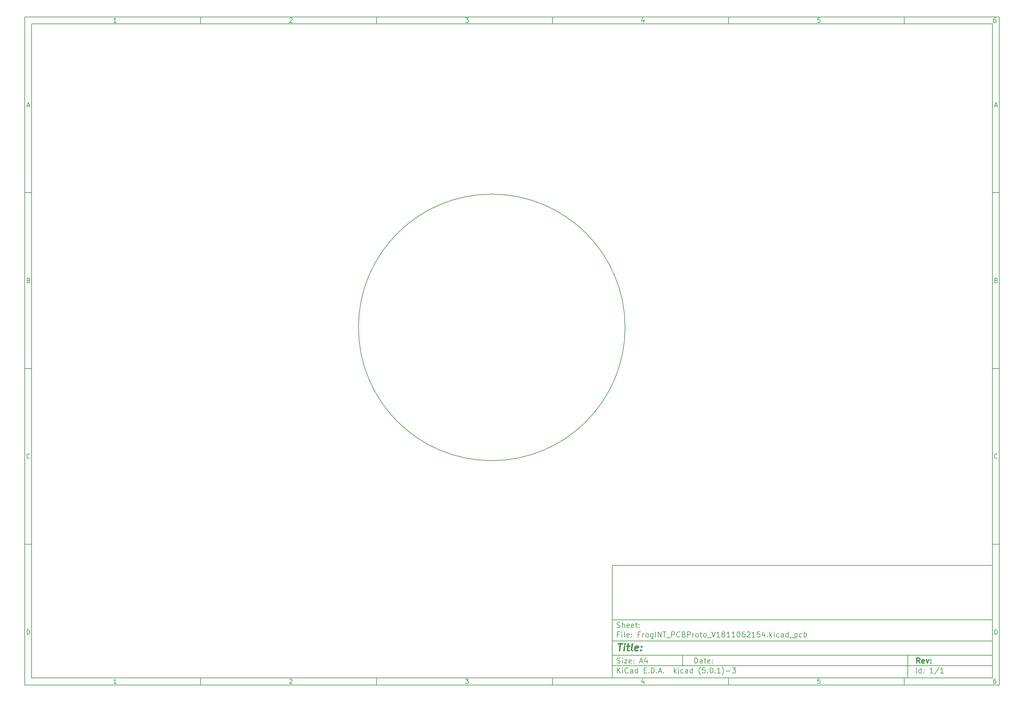
<source format=gm1>
G04 #@! TF.GenerationSoftware,KiCad,Pcbnew,(5.0.1)-3*
G04 #@! TF.CreationDate,2019-01-21T14:12:36+01:00*
G04 #@! TF.ProjectId,FrogINT_PCBProto_V1811062154,46726F67494E545F50434250726F746F,rev?*
G04 #@! TF.SameCoordinates,Original*
G04 #@! TF.FileFunction,Profile,NP*
%FSLAX46Y46*%
G04 Gerber Fmt 4.6, Leading zero omitted, Abs format (unit mm)*
G04 Created by KiCad (PCBNEW (5.0.1)-3) date 21/01/2019 14:12:37*
%MOMM*%
%LPD*%
G01*
G04 APERTURE LIST*
%ADD10C,0.100000*%
%ADD11C,0.150000*%
%ADD12C,0.300000*%
%ADD13C,0.400000*%
G04 APERTURE END LIST*
D10*
D11*
X177002200Y-166007200D02*
X177002200Y-198007200D01*
X285002200Y-198007200D01*
X285002200Y-166007200D01*
X177002200Y-166007200D01*
D10*
D11*
X10000000Y-10000000D02*
X10000000Y-200007200D01*
X287002200Y-200007200D01*
X287002200Y-10000000D01*
X10000000Y-10000000D01*
D10*
D11*
X12000000Y-12000000D02*
X12000000Y-198007200D01*
X285002200Y-198007200D01*
X285002200Y-12000000D01*
X12000000Y-12000000D01*
D10*
D11*
X60000000Y-12000000D02*
X60000000Y-10000000D01*
D10*
D11*
X110000000Y-12000000D02*
X110000000Y-10000000D01*
D10*
D11*
X160000000Y-12000000D02*
X160000000Y-10000000D01*
D10*
D11*
X210000000Y-12000000D02*
X210000000Y-10000000D01*
D10*
D11*
X260000000Y-12000000D02*
X260000000Y-10000000D01*
D10*
D11*
X36065476Y-11588095D02*
X35322619Y-11588095D01*
X35694047Y-11588095D02*
X35694047Y-10288095D01*
X35570238Y-10473809D01*
X35446428Y-10597619D01*
X35322619Y-10659523D01*
D10*
D11*
X85322619Y-10411904D02*
X85384523Y-10350000D01*
X85508333Y-10288095D01*
X85817857Y-10288095D01*
X85941666Y-10350000D01*
X86003571Y-10411904D01*
X86065476Y-10535714D01*
X86065476Y-10659523D01*
X86003571Y-10845238D01*
X85260714Y-11588095D01*
X86065476Y-11588095D01*
D10*
D11*
X135260714Y-10288095D02*
X136065476Y-10288095D01*
X135632142Y-10783333D01*
X135817857Y-10783333D01*
X135941666Y-10845238D01*
X136003571Y-10907142D01*
X136065476Y-11030952D01*
X136065476Y-11340476D01*
X136003571Y-11464285D01*
X135941666Y-11526190D01*
X135817857Y-11588095D01*
X135446428Y-11588095D01*
X135322619Y-11526190D01*
X135260714Y-11464285D01*
D10*
D11*
X185941666Y-10721428D02*
X185941666Y-11588095D01*
X185632142Y-10226190D02*
X185322619Y-11154761D01*
X186127380Y-11154761D01*
D10*
D11*
X236003571Y-10288095D02*
X235384523Y-10288095D01*
X235322619Y-10907142D01*
X235384523Y-10845238D01*
X235508333Y-10783333D01*
X235817857Y-10783333D01*
X235941666Y-10845238D01*
X236003571Y-10907142D01*
X236065476Y-11030952D01*
X236065476Y-11340476D01*
X236003571Y-11464285D01*
X235941666Y-11526190D01*
X235817857Y-11588095D01*
X235508333Y-11588095D01*
X235384523Y-11526190D01*
X235322619Y-11464285D01*
D10*
D11*
X285941666Y-10288095D02*
X285694047Y-10288095D01*
X285570238Y-10350000D01*
X285508333Y-10411904D01*
X285384523Y-10597619D01*
X285322619Y-10845238D01*
X285322619Y-11340476D01*
X285384523Y-11464285D01*
X285446428Y-11526190D01*
X285570238Y-11588095D01*
X285817857Y-11588095D01*
X285941666Y-11526190D01*
X286003571Y-11464285D01*
X286065476Y-11340476D01*
X286065476Y-11030952D01*
X286003571Y-10907142D01*
X285941666Y-10845238D01*
X285817857Y-10783333D01*
X285570238Y-10783333D01*
X285446428Y-10845238D01*
X285384523Y-10907142D01*
X285322619Y-11030952D01*
D10*
D11*
X60000000Y-198007200D02*
X60000000Y-200007200D01*
D10*
D11*
X110000000Y-198007200D02*
X110000000Y-200007200D01*
D10*
D11*
X160000000Y-198007200D02*
X160000000Y-200007200D01*
D10*
D11*
X210000000Y-198007200D02*
X210000000Y-200007200D01*
D10*
D11*
X260000000Y-198007200D02*
X260000000Y-200007200D01*
D10*
D11*
X36065476Y-199595295D02*
X35322619Y-199595295D01*
X35694047Y-199595295D02*
X35694047Y-198295295D01*
X35570238Y-198481009D01*
X35446428Y-198604819D01*
X35322619Y-198666723D01*
D10*
D11*
X85322619Y-198419104D02*
X85384523Y-198357200D01*
X85508333Y-198295295D01*
X85817857Y-198295295D01*
X85941666Y-198357200D01*
X86003571Y-198419104D01*
X86065476Y-198542914D01*
X86065476Y-198666723D01*
X86003571Y-198852438D01*
X85260714Y-199595295D01*
X86065476Y-199595295D01*
D10*
D11*
X135260714Y-198295295D02*
X136065476Y-198295295D01*
X135632142Y-198790533D01*
X135817857Y-198790533D01*
X135941666Y-198852438D01*
X136003571Y-198914342D01*
X136065476Y-199038152D01*
X136065476Y-199347676D01*
X136003571Y-199471485D01*
X135941666Y-199533390D01*
X135817857Y-199595295D01*
X135446428Y-199595295D01*
X135322619Y-199533390D01*
X135260714Y-199471485D01*
D10*
D11*
X185941666Y-198728628D02*
X185941666Y-199595295D01*
X185632142Y-198233390D02*
X185322619Y-199161961D01*
X186127380Y-199161961D01*
D10*
D11*
X236003571Y-198295295D02*
X235384523Y-198295295D01*
X235322619Y-198914342D01*
X235384523Y-198852438D01*
X235508333Y-198790533D01*
X235817857Y-198790533D01*
X235941666Y-198852438D01*
X236003571Y-198914342D01*
X236065476Y-199038152D01*
X236065476Y-199347676D01*
X236003571Y-199471485D01*
X235941666Y-199533390D01*
X235817857Y-199595295D01*
X235508333Y-199595295D01*
X235384523Y-199533390D01*
X235322619Y-199471485D01*
D10*
D11*
X285941666Y-198295295D02*
X285694047Y-198295295D01*
X285570238Y-198357200D01*
X285508333Y-198419104D01*
X285384523Y-198604819D01*
X285322619Y-198852438D01*
X285322619Y-199347676D01*
X285384523Y-199471485D01*
X285446428Y-199533390D01*
X285570238Y-199595295D01*
X285817857Y-199595295D01*
X285941666Y-199533390D01*
X286003571Y-199471485D01*
X286065476Y-199347676D01*
X286065476Y-199038152D01*
X286003571Y-198914342D01*
X285941666Y-198852438D01*
X285817857Y-198790533D01*
X285570238Y-198790533D01*
X285446428Y-198852438D01*
X285384523Y-198914342D01*
X285322619Y-199038152D01*
D10*
D11*
X10000000Y-60000000D02*
X12000000Y-60000000D01*
D10*
D11*
X10000000Y-110000000D02*
X12000000Y-110000000D01*
D10*
D11*
X10000000Y-160000000D02*
X12000000Y-160000000D01*
D10*
D11*
X10690476Y-35216666D02*
X11309523Y-35216666D01*
X10566666Y-35588095D02*
X11000000Y-34288095D01*
X11433333Y-35588095D01*
D10*
D11*
X11092857Y-84907142D02*
X11278571Y-84969047D01*
X11340476Y-85030952D01*
X11402380Y-85154761D01*
X11402380Y-85340476D01*
X11340476Y-85464285D01*
X11278571Y-85526190D01*
X11154761Y-85588095D01*
X10659523Y-85588095D01*
X10659523Y-84288095D01*
X11092857Y-84288095D01*
X11216666Y-84350000D01*
X11278571Y-84411904D01*
X11340476Y-84535714D01*
X11340476Y-84659523D01*
X11278571Y-84783333D01*
X11216666Y-84845238D01*
X11092857Y-84907142D01*
X10659523Y-84907142D01*
D10*
D11*
X11402380Y-135464285D02*
X11340476Y-135526190D01*
X11154761Y-135588095D01*
X11030952Y-135588095D01*
X10845238Y-135526190D01*
X10721428Y-135402380D01*
X10659523Y-135278571D01*
X10597619Y-135030952D01*
X10597619Y-134845238D01*
X10659523Y-134597619D01*
X10721428Y-134473809D01*
X10845238Y-134350000D01*
X11030952Y-134288095D01*
X11154761Y-134288095D01*
X11340476Y-134350000D01*
X11402380Y-134411904D01*
D10*
D11*
X10659523Y-185588095D02*
X10659523Y-184288095D01*
X10969047Y-184288095D01*
X11154761Y-184350000D01*
X11278571Y-184473809D01*
X11340476Y-184597619D01*
X11402380Y-184845238D01*
X11402380Y-185030952D01*
X11340476Y-185278571D01*
X11278571Y-185402380D01*
X11154761Y-185526190D01*
X10969047Y-185588095D01*
X10659523Y-185588095D01*
D10*
D11*
X287002200Y-60000000D02*
X285002200Y-60000000D01*
D10*
D11*
X287002200Y-110000000D02*
X285002200Y-110000000D01*
D10*
D11*
X287002200Y-160000000D02*
X285002200Y-160000000D01*
D10*
D11*
X285692676Y-35216666D02*
X286311723Y-35216666D01*
X285568866Y-35588095D02*
X286002200Y-34288095D01*
X286435533Y-35588095D01*
D10*
D11*
X286095057Y-84907142D02*
X286280771Y-84969047D01*
X286342676Y-85030952D01*
X286404580Y-85154761D01*
X286404580Y-85340476D01*
X286342676Y-85464285D01*
X286280771Y-85526190D01*
X286156961Y-85588095D01*
X285661723Y-85588095D01*
X285661723Y-84288095D01*
X286095057Y-84288095D01*
X286218866Y-84350000D01*
X286280771Y-84411904D01*
X286342676Y-84535714D01*
X286342676Y-84659523D01*
X286280771Y-84783333D01*
X286218866Y-84845238D01*
X286095057Y-84907142D01*
X285661723Y-84907142D01*
D10*
D11*
X286404580Y-135464285D02*
X286342676Y-135526190D01*
X286156961Y-135588095D01*
X286033152Y-135588095D01*
X285847438Y-135526190D01*
X285723628Y-135402380D01*
X285661723Y-135278571D01*
X285599819Y-135030952D01*
X285599819Y-134845238D01*
X285661723Y-134597619D01*
X285723628Y-134473809D01*
X285847438Y-134350000D01*
X286033152Y-134288095D01*
X286156961Y-134288095D01*
X286342676Y-134350000D01*
X286404580Y-134411904D01*
D10*
D11*
X285661723Y-185588095D02*
X285661723Y-184288095D01*
X285971247Y-184288095D01*
X286156961Y-184350000D01*
X286280771Y-184473809D01*
X286342676Y-184597619D01*
X286404580Y-184845238D01*
X286404580Y-185030952D01*
X286342676Y-185278571D01*
X286280771Y-185402380D01*
X286156961Y-185526190D01*
X285971247Y-185588095D01*
X285661723Y-185588095D01*
D10*
D11*
X200434342Y-193785771D02*
X200434342Y-192285771D01*
X200791485Y-192285771D01*
X201005771Y-192357200D01*
X201148628Y-192500057D01*
X201220057Y-192642914D01*
X201291485Y-192928628D01*
X201291485Y-193142914D01*
X201220057Y-193428628D01*
X201148628Y-193571485D01*
X201005771Y-193714342D01*
X200791485Y-193785771D01*
X200434342Y-193785771D01*
X202577200Y-193785771D02*
X202577200Y-193000057D01*
X202505771Y-192857200D01*
X202362914Y-192785771D01*
X202077200Y-192785771D01*
X201934342Y-192857200D01*
X202577200Y-193714342D02*
X202434342Y-193785771D01*
X202077200Y-193785771D01*
X201934342Y-193714342D01*
X201862914Y-193571485D01*
X201862914Y-193428628D01*
X201934342Y-193285771D01*
X202077200Y-193214342D01*
X202434342Y-193214342D01*
X202577200Y-193142914D01*
X203077200Y-192785771D02*
X203648628Y-192785771D01*
X203291485Y-192285771D02*
X203291485Y-193571485D01*
X203362914Y-193714342D01*
X203505771Y-193785771D01*
X203648628Y-193785771D01*
X204720057Y-193714342D02*
X204577200Y-193785771D01*
X204291485Y-193785771D01*
X204148628Y-193714342D01*
X204077200Y-193571485D01*
X204077200Y-193000057D01*
X204148628Y-192857200D01*
X204291485Y-192785771D01*
X204577200Y-192785771D01*
X204720057Y-192857200D01*
X204791485Y-193000057D01*
X204791485Y-193142914D01*
X204077200Y-193285771D01*
X205434342Y-193642914D02*
X205505771Y-193714342D01*
X205434342Y-193785771D01*
X205362914Y-193714342D01*
X205434342Y-193642914D01*
X205434342Y-193785771D01*
X205434342Y-192857200D02*
X205505771Y-192928628D01*
X205434342Y-193000057D01*
X205362914Y-192928628D01*
X205434342Y-192857200D01*
X205434342Y-193000057D01*
D10*
D11*
X177002200Y-194507200D02*
X285002200Y-194507200D01*
D10*
D11*
X178434342Y-196585771D02*
X178434342Y-195085771D01*
X179291485Y-196585771D02*
X178648628Y-195728628D01*
X179291485Y-195085771D02*
X178434342Y-195942914D01*
X179934342Y-196585771D02*
X179934342Y-195585771D01*
X179934342Y-195085771D02*
X179862914Y-195157200D01*
X179934342Y-195228628D01*
X180005771Y-195157200D01*
X179934342Y-195085771D01*
X179934342Y-195228628D01*
X181505771Y-196442914D02*
X181434342Y-196514342D01*
X181220057Y-196585771D01*
X181077200Y-196585771D01*
X180862914Y-196514342D01*
X180720057Y-196371485D01*
X180648628Y-196228628D01*
X180577200Y-195942914D01*
X180577200Y-195728628D01*
X180648628Y-195442914D01*
X180720057Y-195300057D01*
X180862914Y-195157200D01*
X181077200Y-195085771D01*
X181220057Y-195085771D01*
X181434342Y-195157200D01*
X181505771Y-195228628D01*
X182791485Y-196585771D02*
X182791485Y-195800057D01*
X182720057Y-195657200D01*
X182577200Y-195585771D01*
X182291485Y-195585771D01*
X182148628Y-195657200D01*
X182791485Y-196514342D02*
X182648628Y-196585771D01*
X182291485Y-196585771D01*
X182148628Y-196514342D01*
X182077200Y-196371485D01*
X182077200Y-196228628D01*
X182148628Y-196085771D01*
X182291485Y-196014342D01*
X182648628Y-196014342D01*
X182791485Y-195942914D01*
X184148628Y-196585771D02*
X184148628Y-195085771D01*
X184148628Y-196514342D02*
X184005771Y-196585771D01*
X183720057Y-196585771D01*
X183577200Y-196514342D01*
X183505771Y-196442914D01*
X183434342Y-196300057D01*
X183434342Y-195871485D01*
X183505771Y-195728628D01*
X183577200Y-195657200D01*
X183720057Y-195585771D01*
X184005771Y-195585771D01*
X184148628Y-195657200D01*
X186005771Y-195800057D02*
X186505771Y-195800057D01*
X186720057Y-196585771D02*
X186005771Y-196585771D01*
X186005771Y-195085771D01*
X186720057Y-195085771D01*
X187362914Y-196442914D02*
X187434342Y-196514342D01*
X187362914Y-196585771D01*
X187291485Y-196514342D01*
X187362914Y-196442914D01*
X187362914Y-196585771D01*
X188077200Y-196585771D02*
X188077200Y-195085771D01*
X188434342Y-195085771D01*
X188648628Y-195157200D01*
X188791485Y-195300057D01*
X188862914Y-195442914D01*
X188934342Y-195728628D01*
X188934342Y-195942914D01*
X188862914Y-196228628D01*
X188791485Y-196371485D01*
X188648628Y-196514342D01*
X188434342Y-196585771D01*
X188077200Y-196585771D01*
X189577200Y-196442914D02*
X189648628Y-196514342D01*
X189577200Y-196585771D01*
X189505771Y-196514342D01*
X189577200Y-196442914D01*
X189577200Y-196585771D01*
X190220057Y-196157200D02*
X190934342Y-196157200D01*
X190077200Y-196585771D02*
X190577200Y-195085771D01*
X191077200Y-196585771D01*
X191577200Y-196442914D02*
X191648628Y-196514342D01*
X191577200Y-196585771D01*
X191505771Y-196514342D01*
X191577200Y-196442914D01*
X191577200Y-196585771D01*
X194577200Y-196585771D02*
X194577200Y-195085771D01*
X194720057Y-196014342D02*
X195148628Y-196585771D01*
X195148628Y-195585771D02*
X194577200Y-196157200D01*
X195791485Y-196585771D02*
X195791485Y-195585771D01*
X195791485Y-195085771D02*
X195720057Y-195157200D01*
X195791485Y-195228628D01*
X195862914Y-195157200D01*
X195791485Y-195085771D01*
X195791485Y-195228628D01*
X197148628Y-196514342D02*
X197005771Y-196585771D01*
X196720057Y-196585771D01*
X196577200Y-196514342D01*
X196505771Y-196442914D01*
X196434342Y-196300057D01*
X196434342Y-195871485D01*
X196505771Y-195728628D01*
X196577200Y-195657200D01*
X196720057Y-195585771D01*
X197005771Y-195585771D01*
X197148628Y-195657200D01*
X198434342Y-196585771D02*
X198434342Y-195800057D01*
X198362914Y-195657200D01*
X198220057Y-195585771D01*
X197934342Y-195585771D01*
X197791485Y-195657200D01*
X198434342Y-196514342D02*
X198291485Y-196585771D01*
X197934342Y-196585771D01*
X197791485Y-196514342D01*
X197720057Y-196371485D01*
X197720057Y-196228628D01*
X197791485Y-196085771D01*
X197934342Y-196014342D01*
X198291485Y-196014342D01*
X198434342Y-195942914D01*
X199791485Y-196585771D02*
X199791485Y-195085771D01*
X199791485Y-196514342D02*
X199648628Y-196585771D01*
X199362914Y-196585771D01*
X199220057Y-196514342D01*
X199148628Y-196442914D01*
X199077200Y-196300057D01*
X199077200Y-195871485D01*
X199148628Y-195728628D01*
X199220057Y-195657200D01*
X199362914Y-195585771D01*
X199648628Y-195585771D01*
X199791485Y-195657200D01*
X202077200Y-197157200D02*
X202005771Y-197085771D01*
X201862914Y-196871485D01*
X201791485Y-196728628D01*
X201720057Y-196514342D01*
X201648628Y-196157200D01*
X201648628Y-195871485D01*
X201720057Y-195514342D01*
X201791485Y-195300057D01*
X201862914Y-195157200D01*
X202005771Y-194942914D01*
X202077200Y-194871485D01*
X203362914Y-195085771D02*
X202648628Y-195085771D01*
X202577200Y-195800057D01*
X202648628Y-195728628D01*
X202791485Y-195657200D01*
X203148628Y-195657200D01*
X203291485Y-195728628D01*
X203362914Y-195800057D01*
X203434342Y-195942914D01*
X203434342Y-196300057D01*
X203362914Y-196442914D01*
X203291485Y-196514342D01*
X203148628Y-196585771D01*
X202791485Y-196585771D01*
X202648628Y-196514342D01*
X202577200Y-196442914D01*
X204077200Y-196442914D02*
X204148628Y-196514342D01*
X204077200Y-196585771D01*
X204005771Y-196514342D01*
X204077200Y-196442914D01*
X204077200Y-196585771D01*
X205077200Y-195085771D02*
X205220057Y-195085771D01*
X205362914Y-195157200D01*
X205434342Y-195228628D01*
X205505771Y-195371485D01*
X205577200Y-195657200D01*
X205577200Y-196014342D01*
X205505771Y-196300057D01*
X205434342Y-196442914D01*
X205362914Y-196514342D01*
X205220057Y-196585771D01*
X205077200Y-196585771D01*
X204934342Y-196514342D01*
X204862914Y-196442914D01*
X204791485Y-196300057D01*
X204720057Y-196014342D01*
X204720057Y-195657200D01*
X204791485Y-195371485D01*
X204862914Y-195228628D01*
X204934342Y-195157200D01*
X205077200Y-195085771D01*
X206220057Y-196442914D02*
X206291485Y-196514342D01*
X206220057Y-196585771D01*
X206148628Y-196514342D01*
X206220057Y-196442914D01*
X206220057Y-196585771D01*
X207720057Y-196585771D02*
X206862914Y-196585771D01*
X207291485Y-196585771D02*
X207291485Y-195085771D01*
X207148628Y-195300057D01*
X207005771Y-195442914D01*
X206862914Y-195514342D01*
X208220057Y-197157200D02*
X208291485Y-197085771D01*
X208434342Y-196871485D01*
X208505771Y-196728628D01*
X208577200Y-196514342D01*
X208648628Y-196157200D01*
X208648628Y-195871485D01*
X208577200Y-195514342D01*
X208505771Y-195300057D01*
X208434342Y-195157200D01*
X208291485Y-194942914D01*
X208220057Y-194871485D01*
X209362914Y-196014342D02*
X210505771Y-196014342D01*
X211077200Y-195085771D02*
X212005771Y-195085771D01*
X211505771Y-195657200D01*
X211720057Y-195657200D01*
X211862914Y-195728628D01*
X211934342Y-195800057D01*
X212005771Y-195942914D01*
X212005771Y-196300057D01*
X211934342Y-196442914D01*
X211862914Y-196514342D01*
X211720057Y-196585771D01*
X211291485Y-196585771D01*
X211148628Y-196514342D01*
X211077200Y-196442914D01*
D10*
D11*
X177002200Y-191507200D02*
X285002200Y-191507200D01*
D10*
D12*
X264411485Y-193785771D02*
X263911485Y-193071485D01*
X263554342Y-193785771D02*
X263554342Y-192285771D01*
X264125771Y-192285771D01*
X264268628Y-192357200D01*
X264340057Y-192428628D01*
X264411485Y-192571485D01*
X264411485Y-192785771D01*
X264340057Y-192928628D01*
X264268628Y-193000057D01*
X264125771Y-193071485D01*
X263554342Y-193071485D01*
X265625771Y-193714342D02*
X265482914Y-193785771D01*
X265197200Y-193785771D01*
X265054342Y-193714342D01*
X264982914Y-193571485D01*
X264982914Y-193000057D01*
X265054342Y-192857200D01*
X265197200Y-192785771D01*
X265482914Y-192785771D01*
X265625771Y-192857200D01*
X265697200Y-193000057D01*
X265697200Y-193142914D01*
X264982914Y-193285771D01*
X266197200Y-192785771D02*
X266554342Y-193785771D01*
X266911485Y-192785771D01*
X267482914Y-193642914D02*
X267554342Y-193714342D01*
X267482914Y-193785771D01*
X267411485Y-193714342D01*
X267482914Y-193642914D01*
X267482914Y-193785771D01*
X267482914Y-192857200D02*
X267554342Y-192928628D01*
X267482914Y-193000057D01*
X267411485Y-192928628D01*
X267482914Y-192857200D01*
X267482914Y-193000057D01*
D10*
D11*
X178362914Y-193714342D02*
X178577200Y-193785771D01*
X178934342Y-193785771D01*
X179077200Y-193714342D01*
X179148628Y-193642914D01*
X179220057Y-193500057D01*
X179220057Y-193357200D01*
X179148628Y-193214342D01*
X179077200Y-193142914D01*
X178934342Y-193071485D01*
X178648628Y-193000057D01*
X178505771Y-192928628D01*
X178434342Y-192857200D01*
X178362914Y-192714342D01*
X178362914Y-192571485D01*
X178434342Y-192428628D01*
X178505771Y-192357200D01*
X178648628Y-192285771D01*
X179005771Y-192285771D01*
X179220057Y-192357200D01*
X179862914Y-193785771D02*
X179862914Y-192785771D01*
X179862914Y-192285771D02*
X179791485Y-192357200D01*
X179862914Y-192428628D01*
X179934342Y-192357200D01*
X179862914Y-192285771D01*
X179862914Y-192428628D01*
X180434342Y-192785771D02*
X181220057Y-192785771D01*
X180434342Y-193785771D01*
X181220057Y-193785771D01*
X182362914Y-193714342D02*
X182220057Y-193785771D01*
X181934342Y-193785771D01*
X181791485Y-193714342D01*
X181720057Y-193571485D01*
X181720057Y-193000057D01*
X181791485Y-192857200D01*
X181934342Y-192785771D01*
X182220057Y-192785771D01*
X182362914Y-192857200D01*
X182434342Y-193000057D01*
X182434342Y-193142914D01*
X181720057Y-193285771D01*
X183077200Y-193642914D02*
X183148628Y-193714342D01*
X183077200Y-193785771D01*
X183005771Y-193714342D01*
X183077200Y-193642914D01*
X183077200Y-193785771D01*
X183077200Y-192857200D02*
X183148628Y-192928628D01*
X183077200Y-193000057D01*
X183005771Y-192928628D01*
X183077200Y-192857200D01*
X183077200Y-193000057D01*
X184862914Y-193357200D02*
X185577200Y-193357200D01*
X184720057Y-193785771D02*
X185220057Y-192285771D01*
X185720057Y-193785771D01*
X186862914Y-192785771D02*
X186862914Y-193785771D01*
X186505771Y-192214342D02*
X186148628Y-193285771D01*
X187077200Y-193285771D01*
D10*
D11*
X263434342Y-196585771D02*
X263434342Y-195085771D01*
X264791485Y-196585771D02*
X264791485Y-195085771D01*
X264791485Y-196514342D02*
X264648628Y-196585771D01*
X264362914Y-196585771D01*
X264220057Y-196514342D01*
X264148628Y-196442914D01*
X264077200Y-196300057D01*
X264077200Y-195871485D01*
X264148628Y-195728628D01*
X264220057Y-195657200D01*
X264362914Y-195585771D01*
X264648628Y-195585771D01*
X264791485Y-195657200D01*
X265505771Y-196442914D02*
X265577200Y-196514342D01*
X265505771Y-196585771D01*
X265434342Y-196514342D01*
X265505771Y-196442914D01*
X265505771Y-196585771D01*
X265505771Y-195657200D02*
X265577200Y-195728628D01*
X265505771Y-195800057D01*
X265434342Y-195728628D01*
X265505771Y-195657200D01*
X265505771Y-195800057D01*
X268148628Y-196585771D02*
X267291485Y-196585771D01*
X267720057Y-196585771D02*
X267720057Y-195085771D01*
X267577200Y-195300057D01*
X267434342Y-195442914D01*
X267291485Y-195514342D01*
X269862914Y-195014342D02*
X268577200Y-196942914D01*
X271148628Y-196585771D02*
X270291485Y-196585771D01*
X270720057Y-196585771D02*
X270720057Y-195085771D01*
X270577200Y-195300057D01*
X270434342Y-195442914D01*
X270291485Y-195514342D01*
D10*
D11*
X177002200Y-187507200D02*
X285002200Y-187507200D01*
D10*
D13*
X178714580Y-188211961D02*
X179857438Y-188211961D01*
X179036009Y-190211961D02*
X179286009Y-188211961D01*
X180274104Y-190211961D02*
X180440771Y-188878628D01*
X180524104Y-188211961D02*
X180416961Y-188307200D01*
X180500295Y-188402438D01*
X180607438Y-188307200D01*
X180524104Y-188211961D01*
X180500295Y-188402438D01*
X181107438Y-188878628D02*
X181869342Y-188878628D01*
X181476485Y-188211961D02*
X181262200Y-189926247D01*
X181333628Y-190116723D01*
X181512200Y-190211961D01*
X181702676Y-190211961D01*
X182655057Y-190211961D02*
X182476485Y-190116723D01*
X182405057Y-189926247D01*
X182619342Y-188211961D01*
X184190771Y-190116723D02*
X183988390Y-190211961D01*
X183607438Y-190211961D01*
X183428866Y-190116723D01*
X183357438Y-189926247D01*
X183452676Y-189164342D01*
X183571723Y-188973866D01*
X183774104Y-188878628D01*
X184155057Y-188878628D01*
X184333628Y-188973866D01*
X184405057Y-189164342D01*
X184381247Y-189354819D01*
X183405057Y-189545295D01*
X185155057Y-190021485D02*
X185238390Y-190116723D01*
X185131247Y-190211961D01*
X185047914Y-190116723D01*
X185155057Y-190021485D01*
X185131247Y-190211961D01*
X185286009Y-188973866D02*
X185369342Y-189069104D01*
X185262200Y-189164342D01*
X185178866Y-189069104D01*
X185286009Y-188973866D01*
X185262200Y-189164342D01*
D10*
D11*
X178934342Y-185600057D02*
X178434342Y-185600057D01*
X178434342Y-186385771D02*
X178434342Y-184885771D01*
X179148628Y-184885771D01*
X179720057Y-186385771D02*
X179720057Y-185385771D01*
X179720057Y-184885771D02*
X179648628Y-184957200D01*
X179720057Y-185028628D01*
X179791485Y-184957200D01*
X179720057Y-184885771D01*
X179720057Y-185028628D01*
X180648628Y-186385771D02*
X180505771Y-186314342D01*
X180434342Y-186171485D01*
X180434342Y-184885771D01*
X181791485Y-186314342D02*
X181648628Y-186385771D01*
X181362914Y-186385771D01*
X181220057Y-186314342D01*
X181148628Y-186171485D01*
X181148628Y-185600057D01*
X181220057Y-185457200D01*
X181362914Y-185385771D01*
X181648628Y-185385771D01*
X181791485Y-185457200D01*
X181862914Y-185600057D01*
X181862914Y-185742914D01*
X181148628Y-185885771D01*
X182505771Y-186242914D02*
X182577200Y-186314342D01*
X182505771Y-186385771D01*
X182434342Y-186314342D01*
X182505771Y-186242914D01*
X182505771Y-186385771D01*
X182505771Y-185457200D02*
X182577200Y-185528628D01*
X182505771Y-185600057D01*
X182434342Y-185528628D01*
X182505771Y-185457200D01*
X182505771Y-185600057D01*
X184862914Y-185600057D02*
X184362914Y-185600057D01*
X184362914Y-186385771D02*
X184362914Y-184885771D01*
X185077200Y-184885771D01*
X185648628Y-186385771D02*
X185648628Y-185385771D01*
X185648628Y-185671485D02*
X185720057Y-185528628D01*
X185791485Y-185457200D01*
X185934342Y-185385771D01*
X186077200Y-185385771D01*
X186791485Y-186385771D02*
X186648628Y-186314342D01*
X186577200Y-186242914D01*
X186505771Y-186100057D01*
X186505771Y-185671485D01*
X186577200Y-185528628D01*
X186648628Y-185457200D01*
X186791485Y-185385771D01*
X187005771Y-185385771D01*
X187148628Y-185457200D01*
X187220057Y-185528628D01*
X187291485Y-185671485D01*
X187291485Y-186100057D01*
X187220057Y-186242914D01*
X187148628Y-186314342D01*
X187005771Y-186385771D01*
X186791485Y-186385771D01*
X188577200Y-185385771D02*
X188577200Y-186600057D01*
X188505771Y-186742914D01*
X188434342Y-186814342D01*
X188291485Y-186885771D01*
X188077200Y-186885771D01*
X187934342Y-186814342D01*
X188577200Y-186314342D02*
X188434342Y-186385771D01*
X188148628Y-186385771D01*
X188005771Y-186314342D01*
X187934342Y-186242914D01*
X187862914Y-186100057D01*
X187862914Y-185671485D01*
X187934342Y-185528628D01*
X188005771Y-185457200D01*
X188148628Y-185385771D01*
X188434342Y-185385771D01*
X188577200Y-185457200D01*
X189291485Y-186385771D02*
X189291485Y-184885771D01*
X190005771Y-186385771D02*
X190005771Y-184885771D01*
X190862914Y-186385771D01*
X190862914Y-184885771D01*
X191362914Y-184885771D02*
X192220057Y-184885771D01*
X191791485Y-186385771D02*
X191791485Y-184885771D01*
X192362914Y-186528628D02*
X193505771Y-186528628D01*
X193862914Y-186385771D02*
X193862914Y-184885771D01*
X194434342Y-184885771D01*
X194577200Y-184957200D01*
X194648628Y-185028628D01*
X194720057Y-185171485D01*
X194720057Y-185385771D01*
X194648628Y-185528628D01*
X194577200Y-185600057D01*
X194434342Y-185671485D01*
X193862914Y-185671485D01*
X196220057Y-186242914D02*
X196148628Y-186314342D01*
X195934342Y-186385771D01*
X195791485Y-186385771D01*
X195577200Y-186314342D01*
X195434342Y-186171485D01*
X195362914Y-186028628D01*
X195291485Y-185742914D01*
X195291485Y-185528628D01*
X195362914Y-185242914D01*
X195434342Y-185100057D01*
X195577200Y-184957200D01*
X195791485Y-184885771D01*
X195934342Y-184885771D01*
X196148628Y-184957200D01*
X196220057Y-185028628D01*
X197362914Y-185600057D02*
X197577200Y-185671485D01*
X197648628Y-185742914D01*
X197720057Y-185885771D01*
X197720057Y-186100057D01*
X197648628Y-186242914D01*
X197577200Y-186314342D01*
X197434342Y-186385771D01*
X196862914Y-186385771D01*
X196862914Y-184885771D01*
X197362914Y-184885771D01*
X197505771Y-184957200D01*
X197577200Y-185028628D01*
X197648628Y-185171485D01*
X197648628Y-185314342D01*
X197577200Y-185457200D01*
X197505771Y-185528628D01*
X197362914Y-185600057D01*
X196862914Y-185600057D01*
X198362914Y-186385771D02*
X198362914Y-184885771D01*
X198934342Y-184885771D01*
X199077200Y-184957200D01*
X199148628Y-185028628D01*
X199220057Y-185171485D01*
X199220057Y-185385771D01*
X199148628Y-185528628D01*
X199077200Y-185600057D01*
X198934342Y-185671485D01*
X198362914Y-185671485D01*
X199862914Y-186385771D02*
X199862914Y-185385771D01*
X199862914Y-185671485D02*
X199934342Y-185528628D01*
X200005771Y-185457200D01*
X200148628Y-185385771D01*
X200291485Y-185385771D01*
X201005771Y-186385771D02*
X200862914Y-186314342D01*
X200791485Y-186242914D01*
X200720057Y-186100057D01*
X200720057Y-185671485D01*
X200791485Y-185528628D01*
X200862914Y-185457200D01*
X201005771Y-185385771D01*
X201220057Y-185385771D01*
X201362914Y-185457200D01*
X201434342Y-185528628D01*
X201505771Y-185671485D01*
X201505771Y-186100057D01*
X201434342Y-186242914D01*
X201362914Y-186314342D01*
X201220057Y-186385771D01*
X201005771Y-186385771D01*
X201934342Y-185385771D02*
X202505771Y-185385771D01*
X202148628Y-184885771D02*
X202148628Y-186171485D01*
X202220057Y-186314342D01*
X202362914Y-186385771D01*
X202505771Y-186385771D01*
X203220057Y-186385771D02*
X203077200Y-186314342D01*
X203005771Y-186242914D01*
X202934342Y-186100057D01*
X202934342Y-185671485D01*
X203005771Y-185528628D01*
X203077200Y-185457200D01*
X203220057Y-185385771D01*
X203434342Y-185385771D01*
X203577200Y-185457200D01*
X203648628Y-185528628D01*
X203720057Y-185671485D01*
X203720057Y-186100057D01*
X203648628Y-186242914D01*
X203577200Y-186314342D01*
X203434342Y-186385771D01*
X203220057Y-186385771D01*
X204005771Y-186528628D02*
X205148628Y-186528628D01*
X205291485Y-184885771D02*
X205791485Y-186385771D01*
X206291485Y-184885771D01*
X207577200Y-186385771D02*
X206720057Y-186385771D01*
X207148628Y-186385771D02*
X207148628Y-184885771D01*
X207005771Y-185100057D01*
X206862914Y-185242914D01*
X206720057Y-185314342D01*
X208434342Y-185528628D02*
X208291485Y-185457200D01*
X208220057Y-185385771D01*
X208148628Y-185242914D01*
X208148628Y-185171485D01*
X208220057Y-185028628D01*
X208291485Y-184957200D01*
X208434342Y-184885771D01*
X208720057Y-184885771D01*
X208862914Y-184957200D01*
X208934342Y-185028628D01*
X209005771Y-185171485D01*
X209005771Y-185242914D01*
X208934342Y-185385771D01*
X208862914Y-185457200D01*
X208720057Y-185528628D01*
X208434342Y-185528628D01*
X208291485Y-185600057D01*
X208220057Y-185671485D01*
X208148628Y-185814342D01*
X208148628Y-186100057D01*
X208220057Y-186242914D01*
X208291485Y-186314342D01*
X208434342Y-186385771D01*
X208720057Y-186385771D01*
X208862914Y-186314342D01*
X208934342Y-186242914D01*
X209005771Y-186100057D01*
X209005771Y-185814342D01*
X208934342Y-185671485D01*
X208862914Y-185600057D01*
X208720057Y-185528628D01*
X210434342Y-186385771D02*
X209577200Y-186385771D01*
X210005771Y-186385771D02*
X210005771Y-184885771D01*
X209862914Y-185100057D01*
X209720057Y-185242914D01*
X209577200Y-185314342D01*
X211862914Y-186385771D02*
X211005771Y-186385771D01*
X211434342Y-186385771D02*
X211434342Y-184885771D01*
X211291485Y-185100057D01*
X211148628Y-185242914D01*
X211005771Y-185314342D01*
X212791485Y-184885771D02*
X212934342Y-184885771D01*
X213077200Y-184957200D01*
X213148628Y-185028628D01*
X213220057Y-185171485D01*
X213291485Y-185457200D01*
X213291485Y-185814342D01*
X213220057Y-186100057D01*
X213148628Y-186242914D01*
X213077200Y-186314342D01*
X212934342Y-186385771D01*
X212791485Y-186385771D01*
X212648628Y-186314342D01*
X212577200Y-186242914D01*
X212505771Y-186100057D01*
X212434342Y-185814342D01*
X212434342Y-185457200D01*
X212505771Y-185171485D01*
X212577200Y-185028628D01*
X212648628Y-184957200D01*
X212791485Y-184885771D01*
X214577200Y-184885771D02*
X214291485Y-184885771D01*
X214148628Y-184957200D01*
X214077200Y-185028628D01*
X213934342Y-185242914D01*
X213862914Y-185528628D01*
X213862914Y-186100057D01*
X213934342Y-186242914D01*
X214005771Y-186314342D01*
X214148628Y-186385771D01*
X214434342Y-186385771D01*
X214577200Y-186314342D01*
X214648628Y-186242914D01*
X214720057Y-186100057D01*
X214720057Y-185742914D01*
X214648628Y-185600057D01*
X214577200Y-185528628D01*
X214434342Y-185457200D01*
X214148628Y-185457200D01*
X214005771Y-185528628D01*
X213934342Y-185600057D01*
X213862914Y-185742914D01*
X215291485Y-185028628D02*
X215362914Y-184957200D01*
X215505771Y-184885771D01*
X215862914Y-184885771D01*
X216005771Y-184957200D01*
X216077200Y-185028628D01*
X216148628Y-185171485D01*
X216148628Y-185314342D01*
X216077200Y-185528628D01*
X215220057Y-186385771D01*
X216148628Y-186385771D01*
X217577200Y-186385771D02*
X216720057Y-186385771D01*
X217148628Y-186385771D02*
X217148628Y-184885771D01*
X217005771Y-185100057D01*
X216862914Y-185242914D01*
X216720057Y-185314342D01*
X218934342Y-184885771D02*
X218220057Y-184885771D01*
X218148628Y-185600057D01*
X218220057Y-185528628D01*
X218362914Y-185457200D01*
X218720057Y-185457200D01*
X218862914Y-185528628D01*
X218934342Y-185600057D01*
X219005771Y-185742914D01*
X219005771Y-186100057D01*
X218934342Y-186242914D01*
X218862914Y-186314342D01*
X218720057Y-186385771D01*
X218362914Y-186385771D01*
X218220057Y-186314342D01*
X218148628Y-186242914D01*
X220291485Y-185385771D02*
X220291485Y-186385771D01*
X219934342Y-184814342D02*
X219577200Y-185885771D01*
X220505771Y-185885771D01*
X221077200Y-186242914D02*
X221148628Y-186314342D01*
X221077200Y-186385771D01*
X221005771Y-186314342D01*
X221077200Y-186242914D01*
X221077200Y-186385771D01*
X221791485Y-186385771D02*
X221791485Y-184885771D01*
X221934342Y-185814342D02*
X222362914Y-186385771D01*
X222362914Y-185385771D02*
X221791485Y-185957200D01*
X223005771Y-186385771D02*
X223005771Y-185385771D01*
X223005771Y-184885771D02*
X222934342Y-184957200D01*
X223005771Y-185028628D01*
X223077200Y-184957200D01*
X223005771Y-184885771D01*
X223005771Y-185028628D01*
X224362914Y-186314342D02*
X224220057Y-186385771D01*
X223934342Y-186385771D01*
X223791485Y-186314342D01*
X223720057Y-186242914D01*
X223648628Y-186100057D01*
X223648628Y-185671485D01*
X223720057Y-185528628D01*
X223791485Y-185457200D01*
X223934342Y-185385771D01*
X224220057Y-185385771D01*
X224362914Y-185457200D01*
X225648628Y-186385771D02*
X225648628Y-185600057D01*
X225577200Y-185457200D01*
X225434342Y-185385771D01*
X225148628Y-185385771D01*
X225005771Y-185457200D01*
X225648628Y-186314342D02*
X225505771Y-186385771D01*
X225148628Y-186385771D01*
X225005771Y-186314342D01*
X224934342Y-186171485D01*
X224934342Y-186028628D01*
X225005771Y-185885771D01*
X225148628Y-185814342D01*
X225505771Y-185814342D01*
X225648628Y-185742914D01*
X227005771Y-186385771D02*
X227005771Y-184885771D01*
X227005771Y-186314342D02*
X226862914Y-186385771D01*
X226577200Y-186385771D01*
X226434342Y-186314342D01*
X226362914Y-186242914D01*
X226291485Y-186100057D01*
X226291485Y-185671485D01*
X226362914Y-185528628D01*
X226434342Y-185457200D01*
X226577200Y-185385771D01*
X226862914Y-185385771D01*
X227005771Y-185457200D01*
X227362914Y-186528628D02*
X228505771Y-186528628D01*
X228862914Y-185385771D02*
X228862914Y-186885771D01*
X228862914Y-185457200D02*
X229005771Y-185385771D01*
X229291485Y-185385771D01*
X229434342Y-185457200D01*
X229505771Y-185528628D01*
X229577200Y-185671485D01*
X229577200Y-186100057D01*
X229505771Y-186242914D01*
X229434342Y-186314342D01*
X229291485Y-186385771D01*
X229005771Y-186385771D01*
X228862914Y-186314342D01*
X230862914Y-186314342D02*
X230720057Y-186385771D01*
X230434342Y-186385771D01*
X230291485Y-186314342D01*
X230220057Y-186242914D01*
X230148628Y-186100057D01*
X230148628Y-185671485D01*
X230220057Y-185528628D01*
X230291485Y-185457200D01*
X230434342Y-185385771D01*
X230720057Y-185385771D01*
X230862914Y-185457200D01*
X231505771Y-186385771D02*
X231505771Y-184885771D01*
X231505771Y-185457200D02*
X231648628Y-185385771D01*
X231934342Y-185385771D01*
X232077200Y-185457200D01*
X232148628Y-185528628D01*
X232220057Y-185671485D01*
X232220057Y-186100057D01*
X232148628Y-186242914D01*
X232077200Y-186314342D01*
X231934342Y-186385771D01*
X231648628Y-186385771D01*
X231505771Y-186314342D01*
D10*
D11*
X177002200Y-181507200D02*
X285002200Y-181507200D01*
D10*
D11*
X178362914Y-183614342D02*
X178577200Y-183685771D01*
X178934342Y-183685771D01*
X179077200Y-183614342D01*
X179148628Y-183542914D01*
X179220057Y-183400057D01*
X179220057Y-183257200D01*
X179148628Y-183114342D01*
X179077200Y-183042914D01*
X178934342Y-182971485D01*
X178648628Y-182900057D01*
X178505771Y-182828628D01*
X178434342Y-182757200D01*
X178362914Y-182614342D01*
X178362914Y-182471485D01*
X178434342Y-182328628D01*
X178505771Y-182257200D01*
X178648628Y-182185771D01*
X179005771Y-182185771D01*
X179220057Y-182257200D01*
X179862914Y-183685771D02*
X179862914Y-182185771D01*
X180505771Y-183685771D02*
X180505771Y-182900057D01*
X180434342Y-182757200D01*
X180291485Y-182685771D01*
X180077200Y-182685771D01*
X179934342Y-182757200D01*
X179862914Y-182828628D01*
X181791485Y-183614342D02*
X181648628Y-183685771D01*
X181362914Y-183685771D01*
X181220057Y-183614342D01*
X181148628Y-183471485D01*
X181148628Y-182900057D01*
X181220057Y-182757200D01*
X181362914Y-182685771D01*
X181648628Y-182685771D01*
X181791485Y-182757200D01*
X181862914Y-182900057D01*
X181862914Y-183042914D01*
X181148628Y-183185771D01*
X183077200Y-183614342D02*
X182934342Y-183685771D01*
X182648628Y-183685771D01*
X182505771Y-183614342D01*
X182434342Y-183471485D01*
X182434342Y-182900057D01*
X182505771Y-182757200D01*
X182648628Y-182685771D01*
X182934342Y-182685771D01*
X183077200Y-182757200D01*
X183148628Y-182900057D01*
X183148628Y-183042914D01*
X182434342Y-183185771D01*
X183577200Y-182685771D02*
X184148628Y-182685771D01*
X183791485Y-182185771D02*
X183791485Y-183471485D01*
X183862914Y-183614342D01*
X184005771Y-183685771D01*
X184148628Y-183685771D01*
X184648628Y-183542914D02*
X184720057Y-183614342D01*
X184648628Y-183685771D01*
X184577200Y-183614342D01*
X184648628Y-183542914D01*
X184648628Y-183685771D01*
X184648628Y-182757200D02*
X184720057Y-182828628D01*
X184648628Y-182900057D01*
X184577200Y-182828628D01*
X184648628Y-182757200D01*
X184648628Y-182900057D01*
D10*
D11*
X197002200Y-191507200D02*
X197002200Y-194507200D01*
D10*
D11*
X261002200Y-191507200D02*
X261002200Y-198007200D01*
X180635742Y-98298000D02*
G75*
G03X180635742Y-98298000I-37887742J0D01*
G01*
M02*

</source>
